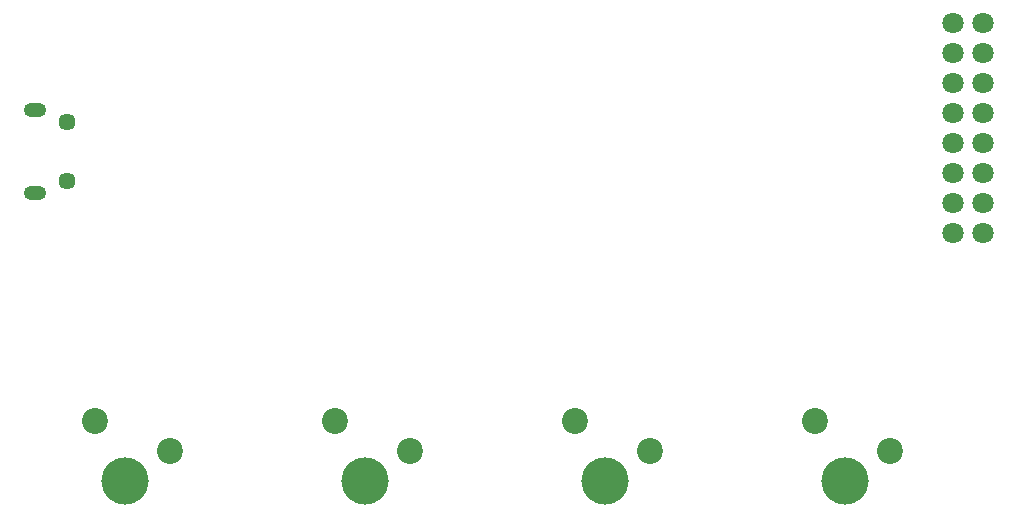
<source format=gbs>
G04 #@! TF.GenerationSoftware,KiCad,Pcbnew,(6.0.7)*
G04 #@! TF.CreationDate,2022-09-30T23:13:53-04:00*
G04 #@! TF.ProjectId,SH_controller_p,53485f63-6f6e-4747-926f-6c6c65725f70,rev?*
G04 #@! TF.SameCoordinates,Original*
G04 #@! TF.FileFunction,Soldermask,Bot*
G04 #@! TF.FilePolarity,Negative*
%FSLAX46Y46*%
G04 Gerber Fmt 4.6, Leading zero omitted, Abs format (unit mm)*
G04 Created by KiCad (PCBNEW (6.0.7)) date 2022-09-30 23:13:53*
%MOMM*%
%LPD*%
G01*
G04 APERTURE LIST*
%ADD10C,1.800000*%
%ADD11C,1.450000*%
%ADD12O,1.900000X1.200000*%
%ADD13C,4.000000*%
%ADD14C,2.200000*%
G04 APERTURE END LIST*
D10*
X153845000Y-63755000D03*
X156385000Y-63755000D03*
X153845000Y-61215000D03*
X156425000Y-61215000D03*
X153845000Y-58675000D03*
X156425000Y-58675000D03*
X153845000Y-56135000D03*
X156385000Y-56135000D03*
X153845000Y-53595000D03*
X156425000Y-53595000D03*
X153845000Y-51055000D03*
X156425000Y-51055000D03*
X153845000Y-48515000D03*
X156385000Y-48515000D03*
X153845000Y-45975000D03*
X156385000Y-45975000D03*
D11*
X78900000Y-59380000D03*
D12*
X76200000Y-53380000D03*
D11*
X78900000Y-54380000D03*
D12*
X76200000Y-60380000D03*
D13*
X104140000Y-84795000D03*
D14*
X101600000Y-79715000D03*
X107950000Y-82255000D03*
D13*
X83820000Y-84795000D03*
D14*
X81280000Y-79715000D03*
X87630000Y-82255000D03*
D13*
X124460000Y-84795000D03*
D14*
X121920000Y-79715000D03*
X128270000Y-82255000D03*
D13*
X144780000Y-84795000D03*
D14*
X142240000Y-79715000D03*
X148590000Y-82255000D03*
M02*

</source>
